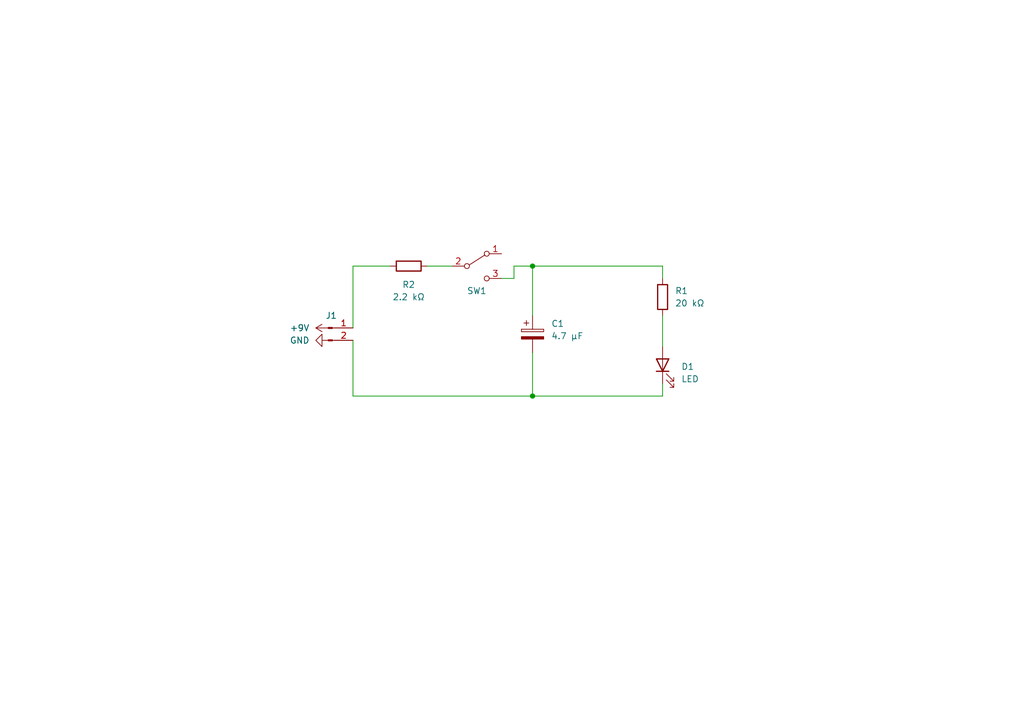
<source format=kicad_sch>
(kicad_sch (version 20211123) (generator eeschema)
  (paper "A5")
  (title_block (title "Exercise 1") (date "2023-01-27") (rev "R0"))
  (lib_symbols
    (symbol "Connector:Conn_01x02_Male" (pin_names (offset 1.016) hide)
      (property "Reference" "J" (at 0 2.54 0))
      (property "Value" "Conn_01x02_Male" (at 0 -5.08 0))
      (symbol "Conn_01x02_Male_1_1"
        (polyline (pts (xy 1.27 -2.54) (xy 0.8636 -2.54)) (stroke (width 0.1524)))
        (polyline (pts (xy 1.27 0) (xy 0.8636 0)) (stroke (width 0.1524)))
        (rectangle (start 0.8636 -2.413) (end 0 -2.667) (stroke (width 0.1524)) (fill (type outline)))
        (rectangle (start 0.8636 0.127) (end 0 -0.127) (stroke (width 0.1524)) (fill (type outline)))
        (pin passive line (at 5.08 0 180) (length 3.81) (name "Pin_1") (number "1"))
        (pin passive line (at 5.08 -2.54 180) (length 3.81) (name "Pin_2") (number "2"))
      )
    )
    (symbol "Device:C_Polarized" (pin_numbers hide) (pin_names (offset 0.254))
      (property "Reference" "C" (at 0.635 2.54 0))
      (property "Value" "C_Polarized" (at 0.635 -2.54 0))
      (symbol "C_Polarized_0_1"
        (rectangle (start -2.286 0.508) (end 2.286 1.016))
        (polyline (pts (xy -1.778 2.286) (xy -0.762 2.286)))
        (polyline (pts (xy -1.27 2.794) (xy -1.27 1.778)))
        (rectangle (start 2.286 -0.508) (end -2.286 -1.016) (fill (type outline)))
      )
      (symbol "C_Polarized_1_1"
        (pin passive line (at 0 3.81 270) (length 2.794) (name "~") (number "1"))
        (pin passive line (at 0 -3.81 90) (length 2.794) (name "~") (number "2"))
      )
    )
    (symbol "Device:LED" (pin_numbers hide) (pin_names (offset 1.016) hide)
      (property "Reference" "D" (at 0 2.54 0))
      (property "Value" "LED" (at 0 -2.54 0))
      (symbol "LED_0_1"
        (polyline (pts (xy -1.27 -1.27) (xy -1.27 1.27)) (stroke (width 0.254)))
        (polyline (pts (xy -1.27 0) (xy 1.27 0)))
        (polyline (pts (xy 1.27 -1.27) (xy 1.27 1.27) (xy -1.27 0) (xy 1.27 -1.27)) (stroke (width 0.254)))
        (polyline (pts (xy -3.048 -0.762) (xy -4.572 -2.286) (xy -3.81 -2.286) (xy -4.572 -2.286) (xy -4.572 -1.524)))
        (polyline (pts (xy -1.778 -0.762) (xy -3.302 -2.286) (xy -2.54 -2.286) (xy -3.302 -2.286) (xy -3.302 -1.524)))
      )
      (symbol "LED_1_1"
        (pin passive line (at -3.81 0 0) (length 2.54) (name "K") (number "1"))
        (pin passive line (at 3.81 0 180) (length 2.54) (name "A") (number "2"))
      )
    )
    (symbol "Device:R" (pin_numbers hide) (pin_names (offset 0))
      (property "Reference" "R" (at 2.032 0 90))
      (property "Value" "R" (at 0 0 90))
      (symbol "R_0_1"
        (rectangle (start -1.016 -2.54) (end 1.016 2.54) (stroke (width 0.254)))
      )
      (symbol "R_1_1"
        (pin passive line (at 0 3.81 270) (length 1.27) (name "~") (number "1"))
        (pin passive line (at 0 -3.81 90) (length 1.27) (name "~") (number "2"))
      )
    )
    (symbol "Switch:SW_SPDT" (pin_names (offset 0) hide)
      (property "Reference" "SW" (at 0 4.318 0))
      (property "Value" "SW_SPDT" (at 0 -5.08 0))
      (symbol "SW_SPDT_0_0"
        (circle (center -2.032 0) (radius 0.508))
        (circle (center 2.032 -2.54) (radius 0.508))
      )
      (symbol "SW_SPDT_0_1"
        (polyline (pts (xy -1.524 0.254) (xy 1.651 2.286)))
        (circle (center 2.032 2.54) (radius 0.508))
      )
      (symbol "SW_SPDT_1_1"
        (pin passive line (at 5.08 2.54 180) (length 2.54) (name "A") (number "1"))
        (pin passive line (at -5.08 0 0) (length 2.54) (name "B") (number "2"))
        (pin passive line (at 5.08 -2.54 180) (length 2.54) (name "C") (number "3"))
      )
    )
    (symbol "power:+9V" (power) (pin_names (offset 0))
      (property "Value" "+9V" (at 0 3.556 0))
      (symbol "+9V_0_1"
        (polyline (pts (xy -0.762 1.27) (xy 0 2.54)))
        (polyline (pts (xy 0 0) (xy 0 2.54)))
        (polyline (pts (xy 0 2.54) (xy 0.762 1.27)))
      )
      (symbol "+9V_1_1"
        (pin power_in line (at 0 0 90) (length 0) hide (name "+9V") (number "1"))
      )
    )
    (symbol "power:GND" (power) (pin_names (offset 0))
      (property "Value" "GND" (at 0 -3.81 0))
      (symbol "GND_0_1"
        (polyline (pts (xy 0 0) (xy 0 -1.27) (xy 1.27 -1.27) (xy 0 -2.54) (xy -1.27 -1.27) (xy 0 -1.27)))
      )
      (symbol "GND_1_1"
        (pin power_in line (at 0 0 270) (length 0) hide (name "GND") (number "1"))
      )
    )
  )
  (junction (at 109.22 54.61))
  (junction (at 109.22 81.28))
  (wire (pts (xy 72.39 67.31) (xy 72.39 54.61)))
  (wire (pts (xy 105.41 57.15) (xy 105.41 54.61)))
  (wire (pts (xy 109.22 72.39) (xy 109.22 81.28)))
  (wire (pts (xy 135.89 54.61) (xy 135.89 57.15)))
  (wire (pts (xy 105.41 54.61) (xy 109.22 54.61)))
  (wire (pts (xy 135.89 64.77) (xy 135.89 71.12)))
  (wire (pts (xy 109.22 54.61) (xy 135.89 54.61)))
  (wire (pts (xy 135.89 78.74) (xy 135.89 81.28)))
  (wire (pts (xy 109.22 64.77) (xy 109.22 54.61)))
  (wire (pts (xy 72.39 69.85) (xy 72.39 81.28)))
  (wire (pts (xy 102.87 57.15) (xy 105.41 57.15)))
  (wire (pts (xy 72.39 54.61) (xy 80.01 54.61)))
  (wire (pts (xy 109.22 81.28) (xy 135.89 81.28)))
  (wire (pts (xy 72.39 81.28) (xy 109.22 81.28)))
  (wire (pts (xy 87.63 54.61) (xy 92.71 54.61)))
  (symbol (lib_id "power:GND") (at 67.31 69.85 270) (unit 1)
    (property "Reference" "#PWR?" (effects hide))
    (property "Value" "GND" (at 63.5 69.8499 90) (effects (justify right)))
  )
  (symbol (lib_id "Device:R") (at 83.82 54.61 90) (unit 1)
    (property "Reference" "R2" (at 83.82 58.42 90))
    (property "Value" "2.2 kΩ" (at 83.82 60.96 90))
  )
  (symbol (lib_id "Switch:SW_SPDT") (at 97.79 54.61 0) (unit 1)
    (property "Reference" "SW1" (at 97.79 59.69 0))
    (property "Value" "SW_SPDT" (effects hide))
  )
  (symbol (lib_id "power:+9V") (at 67.31 67.31 90) (unit 1)
    (property "Reference" "#PWR?" (effects hide))
    (property "Value" "+9V" (at 63.5 67.3099 90) (effects (justify left)))
  )
  (symbol (lib_id "Device:LED") (at 135.89 74.93 90) (unit 1)
    (property "Reference" "D1" (at 139.7 75.2474 90) (effects (justify right)))
    (property "Value" "LED" (at 139.7 77.7874 90) (effects (justify right)))
  )
  (symbol (lib_id "Connector:Conn_01x02_Male") (at 67.31 67.31 0) (unit 1)
    (property "Reference" "J1" (at 67.945 64.77 0))
    (property "Value" "9 V" (effects hide))
  )
  (symbol (lib_id "Device:C_Polarized") (at 109.22 68.58 0) (unit 1)
    (property "Reference" "C1" (at 113.03 66.4209 0) (effects (justify left)))
    (property "Value" "4.7 μF" (at 113.03 68.9609 0) (effects (justify left)))
  )
  (symbol (lib_id "Device:R") (at 135.89 60.96 0) (unit 1)
    (property "Reference" "R1" (at 138.43 59.6899 0) (effects (justify left)))
    (property "Value" "20 kΩ" (at 138.43 62.2299 0) (effects (justify left)))
  )
)
</source>
